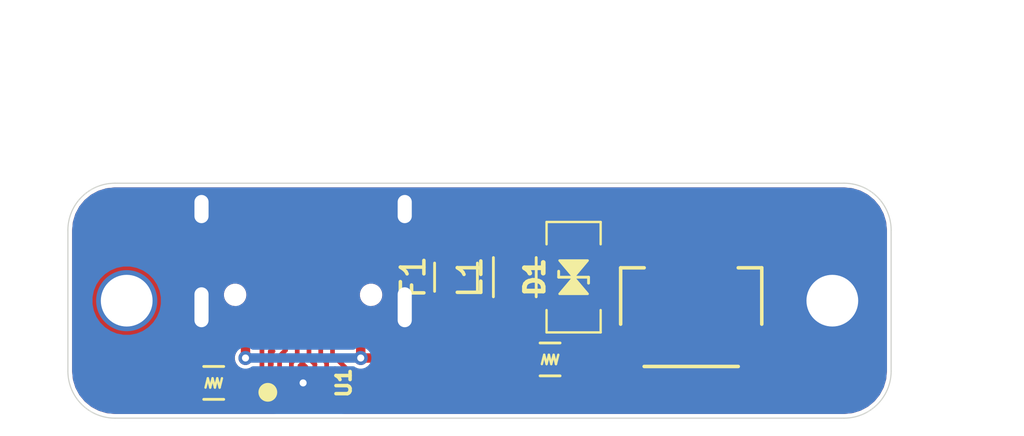
<source format=kicad_pcb>
(kicad_pcb (version 20171130) (host pcbnew "(5.1.11)-1")

  (general
    (thickness 1.6)
    (drawings 10)
    (tracks 64)
    (zones 0)
    (modules 10)
    (nets 11)
  )

  (page A4)
  (layers
    (0 F.Cu signal)
    (31 B.Cu signal)
    (32 B.Adhes user)
    (33 F.Adhes user)
    (34 B.Paste user)
    (35 F.Paste user)
    (36 B.SilkS user)
    (37 F.SilkS user)
    (38 B.Mask user)
    (39 F.Mask user)
    (40 Dwgs.User user)
    (41 Cmts.User user)
    (42 Eco1.User user)
    (43 Eco2.User user)
    (44 Edge.Cuts user)
    (45 Margin user)
    (46 B.CrtYd user)
    (47 F.CrtYd user)
    (48 B.Fab user)
    (49 F.Fab user)
  )

  (setup
    (last_trace_width 0.25)
    (user_trace_width 0.2)
    (user_trace_width 0.4)
    (trace_clearance 0.127)
    (zone_clearance 0.1524)
    (zone_45_only no)
    (trace_min 0.2)
    (via_size 0.8)
    (via_drill 0.4)
    (via_min_size 0.4)
    (via_min_drill 0.3)
    (user_via 0.5 0.3)
    (user_via 0.6 0.3)
    (uvia_size 0.3)
    (uvia_drill 0.1)
    (uvias_allowed no)
    (uvia_min_size 0.2)
    (uvia_min_drill 0.1)
    (edge_width 0.05)
    (segment_width 0.2)
    (pcb_text_width 0.3)
    (pcb_text_size 1.5 1.5)
    (mod_edge_width 0.12)
    (mod_text_size 1 1)
    (mod_text_width 0.15)
    (pad_size 1.524 1.524)
    (pad_drill 0.762)
    (pad_to_mask_clearance 0)
    (aux_axis_origin 0 0)
    (visible_elements 7FFFFFFF)
    (pcbplotparams
      (layerselection 0x010fc_ffffffff)
      (usegerberextensions false)
      (usegerberattributes true)
      (usegerberadvancedattributes true)
      (creategerberjobfile true)
      (excludeedgelayer true)
      (linewidth 0.100000)
      (plotframeref false)
      (viasonmask false)
      (mode 1)
      (useauxorigin false)
      (hpglpennumber 1)
      (hpglpenspeed 20)
      (hpglpendiameter 15.000000)
      (psnegative false)
      (psa4output false)
      (plotreference true)
      (plotvalue true)
      (plotinvisibletext false)
      (padsonsilk false)
      (subtractmaskfromsilk false)
      (outputformat 1)
      (mirror false)
      (drillshape 0)
      (scaleselection 1)
      (outputdirectory "Gerber2/"))
  )

  (net 0 "")
  (net 1 "Net-(USB1-Pad3)")
  (net 2 "Net-(USB1-Pad9)")
  (net 3 +5V)
  (net 4 GNDPWR)
  (net 5 GND)
  (net 6 "Net-(R1-Pad2)")
  (net 7 "Net-(R2-Pad2)")
  (net 8 VBUS)
  (net 9 D-)
  (net 10 D+)

  (net_class Default "This is the default net class."
    (clearance 0.127)
    (trace_width 0.25)
    (via_dia 0.8)
    (via_drill 0.4)
    (uvia_dia 0.3)
    (uvia_drill 0.1)
    (add_net +5V)
    (add_net D+)
    (add_net D-)
    (add_net GND)
    (add_net GNDPWR)
    (add_net "Net-(R1-Pad2)")
    (add_net "Net-(R2-Pad2)")
    (add_net "Net-(USB1-Pad3)")
    (add_net "Net-(USB1-Pad9)")
    (add_net VBUS)
  )

  (module Fuse:Fuse_1206_3216Metric (layer F.Cu) (tedit 5F68FEF1) (tstamp 62EDAC5E)
    (at 138.5 30.5 90)
    (descr "Fuse SMD 1206 (3216 Metric), square (rectangular) end terminal, IPC_7351 nominal, (Body size source: http://www.tortai-tech.com/upload/download/2011102023233369053.pdf), generated with kicad-footprint-generator")
    (tags fuse)
    (path /62EDC21C)
    (attr smd)
    (fp_text reference F1 (at 0 -1.82 90) (layer F.SilkS)
      (effects (font (size 1 1) (thickness 0.15)))
    )
    (fp_text value ASMD1206-150 (at 0 1.82 90) (layer F.Fab)
      (effects (font (size 1 1) (thickness 0.15)))
    )
    (fp_line (start -1.6 0.8) (end -1.6 -0.8) (layer F.Fab) (width 0.1))
    (fp_line (start -1.6 -0.8) (end 1.6 -0.8) (layer F.Fab) (width 0.1))
    (fp_line (start 1.6 -0.8) (end 1.6 0.8) (layer F.Fab) (width 0.1))
    (fp_line (start 1.6 0.8) (end -1.6 0.8) (layer F.Fab) (width 0.1))
    (fp_line (start -0.602064 -0.91) (end 0.602064 -0.91) (layer F.SilkS) (width 0.12))
    (fp_line (start -0.602064 0.91) (end 0.602064 0.91) (layer F.SilkS) (width 0.12))
    (fp_line (start -2.28 1.12) (end -2.28 -1.12) (layer F.CrtYd) (width 0.05))
    (fp_line (start -2.28 -1.12) (end 2.28 -1.12) (layer F.CrtYd) (width 0.05))
    (fp_line (start 2.28 -1.12) (end 2.28 1.12) (layer F.CrtYd) (width 0.05))
    (fp_line (start 2.28 1.12) (end -2.28 1.12) (layer F.CrtYd) (width 0.05))
    (fp_text user %R (at 0 0 90) (layer F.Fab)
      (effects (font (size 0.8 0.8) (thickness 0.12)))
    )
    (pad 2 smd roundrect (at 1.4 0 90) (size 1.25 1.75) (layers F.Cu F.Paste F.Mask) (roundrect_rratio 0.2)
      (net 3 +5V))
    (pad 1 smd roundrect (at -1.4 0 90) (size 1.25 1.75) (layers F.Cu F.Paste F.Mask) (roundrect_rratio 0.2)
      (net 8 VBUS))
    (model ${KISYS3DMOD}/Fuse.3dshapes/Fuse_1206_3216Metric.wrl
      (at (xyz 0 0 0))
      (scale (xyz 1 1 1))
      (rotate (xyz 0 0 0))
    )
  )

  (module MountingHole:MountingHole_2.2mm_M2_ISO7380_Pad_TopOnly (layer F.Cu) (tedit 56D1B4CB) (tstamp 62EE27DC)
    (at 124.5 31.5)
    (descr "Mounting Hole 2.2mm, M2, ISO7380")
    (tags "mounting hole 2.2mm m2 iso7380")
    (path /62F124E9)
    (attr virtual)
    (fp_text reference H2 (at 0 -2.75) (layer F.Fab)
      (effects (font (size 1 1) (thickness 0.15)))
    )
    (fp_text value MountingHole (at 0 2.75) (layer F.Fab)
      (effects (font (size 1 1) (thickness 0.15)))
    )
    (fp_circle (center 0 0) (end 1.75 0) (layer Cmts.User) (width 0.15))
    (fp_circle (center 0 0) (end 2 0) (layer F.CrtYd) (width 0.05))
    (fp_text user %R (at 0.3 0) (layer F.Fab)
      (effects (font (size 1 1) (thickness 0.15)))
    )
    (pad 1 connect circle (at 0 0) (size 3.5 3.5) (layers F.Cu F.Mask))
    (pad 1 thru_hole circle (at 0 0) (size 2.6 2.6) (drill 2.2) (layers *.Cu *.Mask))
  )

  (module MountingHole:MountingHole_2.2mm_M2_ISO7380_Pad (layer F.Cu) (tedit 56D1B4CB) (tstamp 62EDC8AA)
    (at 154.5 31.5)
    (descr "Mounting Hole 2.2mm, M2, ISO7380")
    (tags "mounting hole 2.2mm m2 iso7380")
    (path /62F10B2F)
    (attr virtual)
    (fp_text reference H1 (at 0 -2.75) (layer F.Fab)
      (effects (font (size 1 1) (thickness 0.15)))
    )
    (fp_text value 2.2 (at 0 2.75) (layer F.Fab)
      (effects (font (size 1 1) (thickness 0.15)))
    )
    (fp_circle (center 0 0) (end 1.75 0) (layer Cmts.User) (width 0.15))
    (fp_circle (center 0 0) (end 2 0) (layer F.CrtYd) (width 0.05))
    (fp_text user %R (at 0.3 0) (layer F.Fab)
      (effects (font (size 1 1) (thickness 0.15)))
    )
    (pad 1 thru_hole circle (at 0 0) (size 3.5 3.5) (drill 2.2) (layers *.Cu *.Mask)
      (net 4 GNDPWR))
  )

  (module sanproject-keyboard-part:USON-10_2.5x1.0mm_P0.5mm (layer F.Cu) (tedit 5E77E520) (tstamp 62EDAA5B)
    (at 132 35 90)
    (descr "USON-10 2.5x1.0mm_ Pitch 0.5mm http://www.ti.com/lit/ds/symlink/tpd4e02b04.pdf")
    (tags "USON-10 2.5x1.0mm Pitch 0.5mm")
    (path /62EF4C90)
    (attr smd)
    (fp_text reference U1 (at 0 1.7272 90) (layer F.SilkS)
      (effects (font (size 0.6 0.6) (thickness 0.15)))
    )
    (fp_text value TPD4E05U06DQAR (at 0.8024 0) (layer F.Fab)
      (effects (font (size 0.254 0.254) (thickness 0.0635)))
    )
    (fp_circle (center -0.4 -1.5) (end -0.4 -1.5) (layer F.SilkS) (width 0.4))
    (fp_line (start 0.5 -1.25) (end 0.5 1.25) (layer F.Fab) (width 0.1))
    (fp_line (start 0.5 -1.25) (end -0.25 -1.25) (layer F.Fab) (width 0.1))
    (fp_line (start -0.5 -1) (end -0.5 1.25) (layer F.Fab) (width 0.1))
    (fp_line (start -0.5 1.25) (end 0.5 1.25) (layer F.Fab) (width 0.1))
    (fp_line (start 0.91 -1.5) (end 0.91 1.5) (layer F.CrtYd) (width 0.05))
    (fp_line (start 0.91 1.5) (end -0.91 1.5) (layer F.CrtYd) (width 0.05))
    (fp_line (start -0.91 1.5) (end -0.91 -1.5) (layer F.CrtYd) (width 0.05))
    (fp_line (start -0.91 -1.5) (end 0.91 -1.5) (layer F.CrtYd) (width 0.05))
    (fp_line (start -0.25 -1.25) (end -0.5 -1) (layer F.Fab) (width 0.1))
    (fp_text user ${REFERENCE} (at 0 0) (layer F.Fab)
      (effects (font (size 0.55 0.55) (thickness 0.1)))
    )
    (pad 8 smd rect (at 0.385 0) (size 0.3 0.55) (layers F.Cu F.Paste F.Mask)
      (net 4 GNDPWR))
    (pad 10 smd rect (at 0.385 -1) (size 0.25 0.55) (layers F.Cu F.Paste F.Mask)
      (net 10 D+))
    (pad 7 smd rect (at 0.385 0.5) (size 0.25 0.55) (layers F.Cu F.Paste F.Mask)
      (net 10 D+))
    (pad 6 smd rect (at 0.385 1) (size 0.25 0.55) (layers F.Cu F.Paste F.Mask)
      (net 9 D-))
    (pad 9 smd rect (at 0.385 -0.5) (size 0.25 0.55) (layers F.Cu F.Paste F.Mask)
      (net 9 D-))
    (pad 5 smd rect (at -0.385 1) (size 0.25 0.55) (layers F.Cu F.Paste F.Mask)
      (net 9 D-))
    (pad 4 smd rect (at -0.385 0.5) (size 0.25 0.55) (layers F.Cu F.Paste F.Mask)
      (net 10 D+))
    (pad 3 smd rect (at -0.385 0) (size 0.3 0.55) (layers F.Cu F.Paste F.Mask)
      (net 4 GNDPWR))
    (pad 2 smd rect (at -0.385 -0.5) (size 0.25 0.55) (layers F.Cu F.Paste F.Mask)
      (net 9 D-))
    (pad 1 smd roundrect (at -0.385 -1) (size 0.25 0.55) (layers F.Cu F.Paste F.Mask) (roundrect_rratio 0.5)
      (net 10 D+))
    (model ${KISYS3DMOD}/Package_SON.3dshapes/USON-10_2.5x1.0mm_P0.5mm.wrl
      (at (xyz 0 0 0))
      (scale (xyz 1 1 1))
      (rotate (xyz 0 0 0))
    )
  )

  (module sanproject-keyboard-part:R_0603 (layer F.Cu) (tedit 61520006) (tstamp 62EDA0DE)
    (at 128.2 35)
    (descr "Resistor SMD 0603 (1608 Metric), square (rectangular) end terminal, IPC_7351 nominal, (Body size source: IPC-SM-782 page 72, https://www.pcb-3d.com/wordpress/wp-content/uploads/ipc-sm-782a_amendment_1_and_2.pdf), generated with kicad-footprint-generator")
    (tags resistor)
    (path /62EDBAB7)
    (attr smd)
    (fp_text reference R2 (at 0 -1.43) (layer F.Fab)
      (effects (font (size 1 1) (thickness 0.15)))
    )
    (fp_text value 5.1k (at 0 1.43) (layer F.Fab)
      (effects (font (size 1 1) (thickness 0.15)))
    )
    (fp_line (start -0.8 0.4125) (end -0.8 -0.4125) (layer F.Fab) (width 0.1))
    (fp_line (start -0.8 -0.4125) (end 0.8 -0.4125) (layer F.Fab) (width 0.1))
    (fp_line (start 0.8 -0.4125) (end 0.8 0.4125) (layer F.Fab) (width 0.1))
    (fp_line (start 0.8 0.4125) (end -0.8 0.4125) (layer F.Fab) (width 0.1))
    (fp_line (start -0.425 -0.7) (end 0.425 -0.7) (layer F.SilkS) (width 0.12))
    (fp_line (start -0.425 0.7) (end 0.425 0.7) (layer F.SilkS) (width 0.12))
    (fp_line (start -1.48 0.73) (end -1.48 -0.73) (layer F.CrtYd) (width 0.05))
    (fp_line (start -1.48 -0.73) (end 1.48 -0.73) (layer F.CrtYd) (width 0.05))
    (fp_line (start 1.48 -0.73) (end 1.48 0.73) (layer F.CrtYd) (width 0.05))
    (fp_line (start 1.48 0.73) (end -1.48 0.73) (layer F.CrtYd) (width 0.05))
    (fp_line (start 0.25 0.2) (end 0.35 -0.2) (layer F.SilkS) (width 0.1))
    (fp_line (start -0.25 -0.2) (end -0.15 0.2) (layer F.SilkS) (width 0.1))
    (fp_line (start -0.35 0.2) (end -0.25 -0.2) (layer F.SilkS) (width 0.1))
    (fp_line (start -0.15 0.2) (end -0.05 -0.2) (layer F.SilkS) (width 0.1))
    (fp_line (start -0.05 -0.2) (end 0.05 0.2) (layer F.SilkS) (width 0.1))
    (fp_line (start 0.05 0.2) (end 0.15 -0.2) (layer F.SilkS) (width 0.1))
    (fp_line (start 0.15 -0.2) (end 0.25 0.2) (layer F.SilkS) (width 0.1))
    (fp_text user %R (at 0 0) (layer F.Fab)
      (effects (font (size 0.4 0.4) (thickness 0.06)))
    )
    (pad 2 smd rect (at 0.825 0) (size 0.8 0.95) (layers F.Cu F.Paste F.Mask)
      (net 7 "Net-(R2-Pad2)"))
    (pad 1 smd rect (at -0.825 0) (size 0.8 0.95) (layers F.Cu F.Paste F.Mask)
      (net 4 GNDPWR))
    (model ${KISYS3DMOD}/Resistor_SMD.3dshapes/R_0603_1608Metric.wrl
      (at (xyz 0 0 0))
      (scale (xyz 1 1 1))
      (rotate (xyz 0 0 0))
    )
  )

  (module sanproject-keyboard-part:R_0603 (layer F.Cu) (tedit 61520006) (tstamp 62EDA0C6)
    (at 142.5 34 180)
    (descr "Resistor SMD 0603 (1608 Metric), square (rectangular) end terminal, IPC_7351 nominal, (Body size source: IPC-SM-782 page 72, https://www.pcb-3d.com/wordpress/wp-content/uploads/ipc-sm-782a_amendment_1_and_2.pdf), generated with kicad-footprint-generator")
    (tags resistor)
    (path /62EDB4D2)
    (attr smd)
    (fp_text reference R1 (at 0 -1.43) (layer F.Fab)
      (effects (font (size 1 1) (thickness 0.15)))
    )
    (fp_text value 5.1k (at 0 1.43) (layer F.Fab)
      (effects (font (size 1 1) (thickness 0.15)))
    )
    (fp_line (start -0.8 0.4125) (end -0.8 -0.4125) (layer F.Fab) (width 0.1))
    (fp_line (start -0.8 -0.4125) (end 0.8 -0.4125) (layer F.Fab) (width 0.1))
    (fp_line (start 0.8 -0.4125) (end 0.8 0.4125) (layer F.Fab) (width 0.1))
    (fp_line (start 0.8 0.4125) (end -0.8 0.4125) (layer F.Fab) (width 0.1))
    (fp_line (start -0.425 -0.7) (end 0.425 -0.7) (layer F.SilkS) (width 0.12))
    (fp_line (start -0.425 0.7) (end 0.425 0.7) (layer F.SilkS) (width 0.12))
    (fp_line (start -1.48 0.73) (end -1.48 -0.73) (layer F.CrtYd) (width 0.05))
    (fp_line (start -1.48 -0.73) (end 1.48 -0.73) (layer F.CrtYd) (width 0.05))
    (fp_line (start 1.48 -0.73) (end 1.48 0.73) (layer F.CrtYd) (width 0.05))
    (fp_line (start 1.48 0.73) (end -1.48 0.73) (layer F.CrtYd) (width 0.05))
    (fp_line (start 0.25 0.2) (end 0.35 -0.2) (layer F.SilkS) (width 0.1))
    (fp_line (start -0.25 -0.2) (end -0.15 0.2) (layer F.SilkS) (width 0.1))
    (fp_line (start -0.35 0.2) (end -0.25 -0.2) (layer F.SilkS) (width 0.1))
    (fp_line (start -0.15 0.2) (end -0.05 -0.2) (layer F.SilkS) (width 0.1))
    (fp_line (start -0.05 -0.2) (end 0.05 0.2) (layer F.SilkS) (width 0.1))
    (fp_line (start 0.05 0.2) (end 0.15 -0.2) (layer F.SilkS) (width 0.1))
    (fp_line (start 0.15 -0.2) (end 0.25 0.2) (layer F.SilkS) (width 0.1))
    (fp_text user %R (at 0 0) (layer F.Fab)
      (effects (font (size 0.4 0.4) (thickness 0.06)))
    )
    (pad 2 smd rect (at 0.825 0 180) (size 0.8 0.95) (layers F.Cu F.Paste F.Mask)
      (net 6 "Net-(R1-Pad2)"))
    (pad 1 smd rect (at -0.825 0 180) (size 0.8 0.95) (layers F.Cu F.Paste F.Mask)
      (net 4 GNDPWR))
    (model ${KISYS3DMOD}/Resistor_SMD.3dshapes/R_0603_1608Metric.wrl
      (at (xyz 0 0 0))
      (scale (xyz 1 1 1))
      (rotate (xyz 0 0 0))
    )
  )

  (module Inductor_SMD:L_1206_3216Metric (layer F.Cu) (tedit 5F68FEF0) (tstamp 62EDA0AE)
    (at 141 30.5 90)
    (descr "Inductor SMD 1206 (3216 Metric), square (rectangular) end terminal, IPC_7351 nominal, (Body size source: IPC-SM-782 page 80, https://www.pcb-3d.com/wordpress/wp-content/uploads/ipc-sm-782a_amendment_1_and_2.pdf), generated with kicad-footprint-generator")
    (tags inductor)
    (path /62EDF61D)
    (attr smd)
    (fp_text reference L1 (at 0 -1.9 90) (layer F.SilkS)
      (effects (font (size 1 1) (thickness 0.15)))
    )
    (fp_text value 60R100Mhz (at 0 1.9 90) (layer F.Fab)
      (effects (font (size 1 1) (thickness 0.15)))
    )
    (fp_line (start -1.6 0.8) (end -1.6 -0.8) (layer F.Fab) (width 0.1))
    (fp_line (start -1.6 -0.8) (end 1.6 -0.8) (layer F.Fab) (width 0.1))
    (fp_line (start 1.6 -0.8) (end 1.6 0.8) (layer F.Fab) (width 0.1))
    (fp_line (start 1.6 0.8) (end -1.6 0.8) (layer F.Fab) (width 0.1))
    (fp_line (start -0.835242 -0.91) (end 0.835242 -0.91) (layer F.SilkS) (width 0.12))
    (fp_line (start -0.835242 0.91) (end 0.835242 0.91) (layer F.SilkS) (width 0.12))
    (fp_line (start -2.35 1.2) (end -2.35 -1.2) (layer F.CrtYd) (width 0.05))
    (fp_line (start -2.35 -1.2) (end 2.35 -1.2) (layer F.CrtYd) (width 0.05))
    (fp_line (start 2.35 -1.2) (end 2.35 1.2) (layer F.CrtYd) (width 0.05))
    (fp_line (start 2.35 1.2) (end -2.35 1.2) (layer F.CrtYd) (width 0.05))
    (fp_text user %R (at 0 0 90) (layer F.Fab)
      (effects (font (size 0.8 0.8) (thickness 0.12)))
    )
    (pad 2 smd roundrect (at 1.575 0 90) (size 1.05 1.9) (layers F.Cu F.Paste F.Mask) (roundrect_rratio 0.2380942857142857)
      (net 5 GND))
    (pad 1 smd roundrect (at -1.575 0 90) (size 1.05 1.9) (layers F.Cu F.Paste F.Mask) (roundrect_rratio 0.2380942857142857)
      (net 4 GNDPWR))
    (model ${KISYS3DMOD}/Inductor_SMD.3dshapes/L_1206_3216Metric.wrl
      (at (xyz 0 0 0))
      (scale (xyz 1 1 1))
      (rotate (xyz 0 0 0))
    )
  )

  (module sanproject-keyboard-part:D_SOD-123_Bidirectional (layer F.Cu) (tedit 5DCC5082) (tstamp 62EDB003)
    (at 143.5 30.5 90)
    (descr SOD-123)
    (tags SOD-123)
    (path /62EDDA3C)
    (attr smd)
    (fp_text reference D1 (at 0 -1.651 90) (layer F.SilkS)
      (effects (font (size 0.8 0.8) (thickness 0.2)))
    )
    (fp_text value SMF9.0CA (at 0 -1.509 270) (layer F.Fab)
      (effects (font (size 0.5 0.5) (thickness 0.125)))
    )
    (fp_line (start 0 0.635) (end -0.254 0.635) (layer F.SilkS) (width 0.12))
    (fp_line (start 0 -0.635) (end 0.254 -0.635) (layer F.SilkS) (width 0.12))
    (fp_line (start 0 0.635) (end 0 -0.635) (layer F.SilkS) (width 0.12))
    (fp_poly (pts (xy 0 0) (xy 0.711 -0.6) (xy 0.711 0.6)) (layer F.SilkS) (width 0.1))
    (fp_poly (pts (xy 0 0) (xy -0.711 0.6) (xy -0.711 -0.6)) (layer F.SilkS) (width 0.1))
    (fp_line (start -2.35 -1.15) (end -2.35 1.15) (layer F.CrtYd) (width 0.05))
    (fp_line (start 2.35 1.15) (end -2.35 1.15) (layer F.CrtYd) (width 0.05))
    (fp_line (start 2.35 -1.15) (end 2.35 1.15) (layer F.CrtYd) (width 0.05))
    (fp_line (start -2.35 -1.15) (end 2.35 -1.15) (layer F.CrtYd) (width 0.05))
    (fp_line (start -1.4 -0.9) (end 1.4 -0.9) (layer F.Fab) (width 0.1))
    (fp_line (start 1.4 -0.9) (end 1.4 0.9) (layer F.Fab) (width 0.1))
    (fp_line (start 1.4 0.9) (end -1.4 0.9) (layer F.Fab) (width 0.1))
    (fp_line (start -1.4 0.9) (end -1.4 -0.9) (layer F.Fab) (width 0.1))
    (fp_line (start -0.75 0) (end -0.35 0) (layer F.Fab) (width 0.1))
    (fp_line (start -0.35 0) (end -0.35 -0.55) (layer F.Fab) (width 0.1))
    (fp_line (start -0.35 0) (end -0.35 0.55) (layer F.Fab) (width 0.1))
    (fp_line (start -0.35 0) (end 0.25 -0.4) (layer F.Fab) (width 0.1))
    (fp_line (start 0.25 -0.4) (end 0.25 0.4) (layer F.Fab) (width 0.1))
    (fp_line (start 0.25 0.4) (end -0.35 0) (layer F.Fab) (width 0.1))
    (fp_line (start 0.25 0) (end 0.75 0) (layer F.Fab) (width 0.1))
    (fp_line (start 2.35 -1.15) (end 2.35 1.15) (layer F.SilkS) (width 0.1016))
    (fp_line (start 2.35 1.15) (end 1.4 1.15) (layer F.SilkS) (width 0.1016))
    (fp_line (start 2.35 -1.15) (end 1.4 -1.15) (layer F.SilkS) (width 0.1016))
    (fp_line (start -2.35 1.15) (end -2.35 -1.15) (layer F.SilkS) (width 0.1016))
    (fp_line (start -2.35 1.15) (end -1.4 1.15) (layer F.SilkS) (width 0.1016))
    (fp_line (start -2.35 -1.15) (end -1.4 -1.15) (layer F.SilkS) (width 0.1016))
    (fp_text user ${REFERENCE} (at 0 -1.397 270) (layer F.Fab)
      (effects (font (size 0.5 0.5) (thickness 0.125)))
    )
    (pad 2 smd roundrect (at 1.65 0 90) (size 1 1.2) (layers F.Cu F.Paste F.Mask) (roundrect_rratio 0.25)
      (net 3 +5V))
    (pad 1 smd roundrect (at -1.65 0 90) (size 1 1.2) (layers F.Cu F.Paste F.Mask) (roundrect_rratio 0.25)
      (net 4 GNDPWR))
    (model ${KISYS3DMOD}/Diode_SMD.3dshapes/D_SOD-123.wrl
      (at (xyz 0 0 0))
      (scale (xyz 1 1 1))
      (rotate (xyz 0 0 0))
    )
  )

  (module sanproject-keyboard-part:JST-SR-4 (layer F.Cu) (tedit 5C919B1C) (tstamp 62ED9BA7)
    (at 148.5 34.5)
    (path /62EDA3D9)
    (fp_text reference J1 (at 0 -6.5 -180) (layer B.Fab)
      (effects (font (size 1 1) (thickness 0.15)) (justify mirror))
    )
    (fp_text value Conn_01x04_Male (at 0 1 -180) (layer F.Fab)
      (effects (font (size 1 1) (thickness 0.15)))
    )
    (fp_line (start -3 -4.4) (end -2 -4.4) (layer F.SilkS) (width 0.15))
    (fp_line (start -3 -2) (end -3 -4.4) (layer F.SilkS) (width 0.15))
    (fp_line (start 2 -0.2) (end -2 -0.2) (layer F.SilkS) (width 0.15))
    (fp_line (start 3 -4.4) (end 3 -2) (layer F.SilkS) (width 0.15))
    (fp_line (start 2 -4.4) (end 3 -4.4) (layer F.SilkS) (width 0.15))
    (fp_line (start 3 -4.4) (end 3 -0.2) (layer B.CrtYd) (width 0.15))
    (fp_line (start -3 -4.4) (end 3 -4.4) (layer B.CrtYd) (width 0.15))
    (fp_line (start -3 -0.2) (end -3 -4.4) (layer B.CrtYd) (width 0.15))
    (fp_line (start 3 -0.2) (end -3 -0.2) (layer B.CrtYd) (width 0.15))
    (pad "" smd rect (at 2.8 -0.9) (size 1.2 1.8) (layers F.Cu F.Paste F.Mask))
    (pad "" smd rect (at -2.8 -0.9) (size 1.2 1.8) (layers F.Cu F.Paste F.Mask))
    (pad 1 smd rect (at -1.5 -4.775) (size 0.6 1.55) (layers F.Cu F.Paste F.Mask)
      (net 3 +5V))
    (pad 2 smd rect (at -0.5 -4.775) (size 0.6 1.55) (layers F.Cu F.Paste F.Mask)
      (net 9 D-))
    (pad 4 smd rect (at 1.5 -4.775) (size 0.6 1.55) (layers F.Cu F.Paste F.Mask)
      (net 5 GND))
    (pad 3 smd rect (at 0.5 -4.775) (size 0.6 1.55) (layers F.Cu F.Paste F.Mask)
      (net 10 D+))
    (model "D:/PCB Design/KiCad/Lib/SM04B-SRSS-TB.step"
      (offset (xyz 0 4 -0.5))
      (scale (xyz 1 1 1))
      (rotate (xyz -90 0 0))
    )
  )

  (module sanproject-keyboard-part:HRO-TYPE-C-31-M-12-Assembly (layer F.Cu) (tedit 62EDA6A7) (tstamp 62ED9A41)
    (at 132 25 180)
    (path /62ED97BC)
    (fp_text reference USB1 (at 0 -9.25) (layer F.Fab)
      (effects (font (size 1 1) (thickness 0.15)))
    )
    (fp_text value HRO-TYPE-C-31-M-12-Type-C (at 0 1.15) (layer Dwgs.User)
      (effects (font (size 1 1) (thickness 0.15)))
    )
    (fp_line (start -4.47 -7.3) (end 4.47 -7.3) (layer Dwgs.User) (width 0.15))
    (fp_line (start 4.47 0) (end 4.47 -7.3) (layer Dwgs.User) (width 0.15))
    (fp_line (start -4.47 0) (end -4.47 -7.3) (layer Dwgs.User) (width 0.15))
    (fp_line (start -4.47 0) (end 4.47 0) (layer Dwgs.User) (width 0.15))
    (fp_line (start -4.5 -7.5) (end 4.5 -7.5) (layer F.CrtYd) (width 0.15))
    (fp_line (start 4.5 -7.5) (end 4.5 0) (layer F.CrtYd) (width 0.15))
    (fp_line (start 4.5 0) (end -4.5 0) (layer F.CrtYd) (width 0.15))
    (fp_line (start -4.5 0) (end -4.5 -7.5) (layer F.CrtYd) (width 0.15))
    (fp_line (start -3.75 -7.5) (end -3.75 -8.5) (layer F.CrtYd) (width 0.15))
    (fp_line (start -3.75 -8.5) (end 3.75 -8.5) (layer F.CrtYd) (width 0.15))
    (fp_line (start 3.75 -8.5) (end 3.75 -7.5) (layer F.CrtYd) (width 0.15))
    (fp_text user %R (at 0 -9.25) (layer F.Fab)
      (effects (font (size 1 1) (thickness 0.15)))
    )
    (pad 12 smd rect (at 3.225 -7.695 180) (size 0.6 1.45) (layers F.Cu F.Paste F.Mask)
      (net 4 GNDPWR))
    (pad 1 smd rect (at -3.225 -7.695 180) (size 0.6 1.45) (layers F.Cu F.Paste F.Mask)
      (net 4 GNDPWR))
    (pad 11 smd rect (at 2.45 -7.695 180) (size 0.6 1.45) (layers F.Cu F.Paste F.Mask)
      (net 8 VBUS))
    (pad 2 smd rect (at -2.45 -7.695 180) (size 0.6 1.45) (layers F.Cu F.Paste F.Mask)
      (net 8 VBUS))
    (pad 3 smd rect (at -1.75 -7.695 180) (size 0.3 1.45) (layers F.Cu F.Paste F.Mask)
      (net 1 "Net-(USB1-Pad3)"))
    (pad 10 smd rect (at 1.75 -7.695 180) (size 0.3 1.45) (layers F.Cu F.Paste F.Mask)
      (net 7 "Net-(R2-Pad2)"))
    (pad 4 smd rect (at -1.25 -7.695 180) (size 0.3 1.45) (layers F.Cu F.Paste F.Mask)
      (net 6 "Net-(R1-Pad2)"))
    (pad 9 smd rect (at 1.25 -7.695 180) (size 0.3 1.45) (layers F.Cu F.Paste F.Mask)
      (net 2 "Net-(USB1-Pad9)"))
    (pad 5 smd rect (at -0.75 -7.695 180) (size 0.3 1.45) (layers F.Cu F.Paste F.Mask)
      (net 9 D-))
    (pad 8 smd rect (at 0.75 -7.695 180) (size 0.3 1.45) (layers F.Cu F.Paste F.Mask)
      (net 10 D+))
    (pad 7 smd rect (at 0.25 -7.695 180) (size 0.3 1.45) (layers F.Cu F.Paste F.Mask)
      (net 9 D-))
    (pad 6 smd rect (at -0.25 -7.695 180) (size 0.3 1.45) (layers F.Cu F.Paste F.Mask)
      (net 10 D+))
    (pad "" np_thru_hole circle (at 2.89 -6.25 180) (size 0.65 0.65) (drill 0.65) (layers *.Cu *.Mask))
    (pad "" np_thru_hole circle (at -2.89 -6.25 180) (size 0.65 0.65) (drill 0.65) (layers *.Cu *.Mask))
    (pad 13 thru_hole oval (at -4.32 -6.78 180) (size 1 2.1) (drill oval 0.6 1.7) (layers *.Cu *.Mask)
      (net 4 GNDPWR))
    (pad 13 thru_hole oval (at 4.32 -6.78 180) (size 1 2.1) (drill oval 0.6 1.7) (layers *.Cu *.Mask)
      (net 4 GNDPWR))
    (pad 13 thru_hole oval (at -4.32 -2.6 180) (size 1 1.6) (drill oval 0.6 1.2) (layers *.Cu *.Mask)
      (net 4 GNDPWR))
    (pad 13 thru_hole oval (at 4.32 -2.6 180) (size 1 1.6) (drill oval 0.6 1.2) (layers *.Cu *.Mask)
      (net 4 GNDPWR))
    (model ${MXCOMP}/AlexandriaLibrary-master/3d_models/TYPE-C-31-M-12.step
      (offset (xyz -4.5 0 0))
      (scale (xyz 1 1 1))
      (rotate (xyz -90 0 0))
    )
  )

  (dimension 10 (width 0.1) (layer Eco1.User)
    (gr_text "10.000 mm" (at 161.25 31.5 270) (layer Eco1.User)
      (effects (font (size 1 1) (thickness 0.15)))
    )
    (feature1 (pts (xy 155 36.5) (xy 160.586421 36.5)))
    (feature2 (pts (xy 155 26.5) (xy 160.586421 26.5)))
    (crossbar (pts (xy 160 26.5) (xy 160 36.5)))
    (arrow1a (pts (xy 160 36.5) (xy 159.413579 35.373496)))
    (arrow1b (pts (xy 160 36.5) (xy 160.586421 35.373496)))
    (arrow2a (pts (xy 160 26.5) (xy 159.413579 27.626504)))
    (arrow2b (pts (xy 160 26.5) (xy 160.586421 27.626504)))
  )
  (dimension 35 (width 0.1) (layer Eco1.User)
    (gr_text "35.000 mm" (at 139.5 19.45) (layer Eco1.User)
      (effects (font (size 1 1) (thickness 0.15)))
    )
    (feature1 (pts (xy 157 28.5) (xy 157 20.113579)))
    (feature2 (pts (xy 122 28.5) (xy 122 20.113579)))
    (crossbar (pts (xy 122 20.7) (xy 157 20.7)))
    (arrow1a (pts (xy 157 20.7) (xy 155.873496 21.286421)))
    (arrow1b (pts (xy 157 20.7) (xy 155.873496 20.113579)))
    (arrow2a (pts (xy 122 20.7) (xy 123.126504 21.286421)))
    (arrow2b (pts (xy 122 20.7) (xy 123.126504 20.113579)))
  )
  (gr_arc (start 155 34.5) (end 155 36.5) (angle -90) (layer Edge.Cuts) (width 0.05) (tstamp 62EE114D))
  (gr_arc (start 155 28.5) (end 157 28.5) (angle -90) (layer Edge.Cuts) (width 0.05) (tstamp 62EE114D))
  (gr_arc (start 124 34.5) (end 122 34.5) (angle -90) (layer Edge.Cuts) (width 0.05) (tstamp 62EE114D))
  (gr_arc (start 124 28.5) (end 124 26.5) (angle -90) (layer Edge.Cuts) (width 0.05))
  (gr_line (start 122 34.5) (end 122 28.5) (layer Edge.Cuts) (width 0.05))
  (gr_line (start 155 36.5) (end 124 36.5) (layer Edge.Cuts) (width 0.05))
  (gr_line (start 157 28.5) (end 157 34.5) (layer Edge.Cuts) (width 0.05))
  (gr_line (start 124 26.5) (end 155 26.5) (layer Edge.Cuts) (width 0.05))

  (segment (start 142.15 30.2) (end 143.5 28.85) (width 0.4) (layer F.Cu) (net 3))
  (segment (start 139.4 30.2) (end 142.15 30.2) (width 0.4) (layer F.Cu) (net 3))
  (segment (start 138.5 29.3) (end 139.4 30.2) (width 0.4) (layer F.Cu) (net 3))
  (segment (start 144.375 29.725) (end 143.5 28.85) (width 0.4) (layer F.Cu) (net 3))
  (segment (start 147 29.725) (end 144.375 29.725) (width 0.4) (layer F.Cu) (net 3))
  (via (at 132 35) (size 0.5) (drill 0.3) (layers F.Cu B.Cu) (net 4))
  (segment (start 132 34.615) (end 132 35) (width 0.2) (layer F.Cu) (net 4))
  (segment (start 132 35) (end 132 35.385) (width 0.2) (layer F.Cu) (net 4))
  (segment (start 150 27.5) (end 150 29.725) (width 0.4) (layer F.Cu) (net 5))
  (segment (start 142.425 27.5) (end 150 27.5) (width 0.4) (layer F.Cu) (net 5))
  (segment (start 141 28.925) (end 142.425 27.5) (width 0.4) (layer F.Cu) (net 5))
  (segment (start 140.975 34.7) (end 141.675 34) (width 0.2) (layer F.Cu) (net 6))
  (segment (start 133.25 33.8) (end 134.15 34.7) (width 0.2) (layer F.Cu) (net 6))
  (segment (start 134.15 34.7) (end 140.975 34.7) (width 0.2) (layer F.Cu) (net 6))
  (segment (start 133.25 32.695) (end 133.25 33.8) (width 0.2) (layer F.Cu) (net 6))
  (segment (start 130.25 32.695) (end 130.25 34.6) (width 0.2) (layer F.Cu) (net 7))
  (segment (start 130.25 34.6) (end 129.85 35) (width 0.2) (layer F.Cu) (net 7))
  (segment (start 129.85 35) (end 129.025 35) (width 0.2) (layer F.Cu) (net 7))
  (segment (start 129.55 33.939999) (end 129.55 33.939999) (width 0.4) (layer F.Cu) (net 8))
  (segment (start 134.45 32.695) (end 134.45 33.939999) (width 0.4) (layer F.Cu) (net 8))
  (segment (start 134.45 33.939999) (end 134.45 33.939999) (width 0.4) (layer F.Cu) (net 8) (tstamp 62EDAB27))
  (via (at 134.45 33.939999) (size 0.6) (drill 0.3) (layers F.Cu B.Cu) (net 8))
  (segment (start 129.55 33.939999) (end 129.55 32.695) (width 0.4) (layer F.Cu) (net 8) (tstamp 62EDAB29))
  (via (at 129.55 33.939999) (size 0.6) (drill 0.3) (layers F.Cu B.Cu) (net 8))
  (segment (start 134.45 33.939999) (end 129.55 33.939999) (width 0.4) (layer B.Cu) (net 8))
  (segment (start 134.45 33.939999) (end 138.060001 33.939999) (width 0.4) (layer F.Cu) (net 8))
  (segment (start 138.5 33.5) (end 138.5 31.7) (width 0.4) (layer F.Cu) (net 8))
  (segment (start 138.060001 33.939999) (end 138.5 33.5) (width 0.4) (layer F.Cu) (net 8))
  (segment (start 131.75 33.89) (end 131.75 32.695) (width 0.2) (layer F.Cu) (net 9))
  (segment (start 131.5 34.14) (end 131.75 33.89) (width 0.2) (layer F.Cu) (net 9))
  (segment (start 131.5 34.615) (end 131.5 34.14) (width 0.2) (layer F.Cu) (net 9))
  (segment (start 132.75 33.89) (end 132.75 32.695) (width 0.2) (layer F.Cu) (net 9))
  (segment (start 133 34.14) (end 132.75 33.89) (width 0.2) (layer F.Cu) (net 9))
  (segment (start 133 34.615) (end 133 34.14) (width 0.2) (layer F.Cu) (net 9))
  (segment (start 131.5 34.615) (end 131.5 35.385) (width 0.2) (layer F.Cu) (net 9))
  (segment (start 133 34.615) (end 133 35.385) (width 0.2) (layer F.Cu) (net 9))
  (segment (start 132.75 31.437539) (end 132.75 32.695) (width 0.2) (layer F.Cu) (net 9))
  (segment (start 132.385451 31.07299) (end 132.75 31.437539) (width 0.2) (layer F.Cu) (net 9))
  (segment (start 132.114549 31.07299) (end 132.385451 31.07299) (width 0.2) (layer F.Cu) (net 9))
  (segment (start 131.75 31.437539) (end 132.114549 31.07299) (width 0.2) (layer F.Cu) (net 9))
  (segment (start 131.75 32.695) (end 131.75 31.437539) (width 0.2) (layer F.Cu) (net 9))
  (segment (start 148 30.887501) (end 148 29.725) (width 0.2) (layer F.Cu) (net 9))
  (segment (start 148.275 31.162501) (end 148 30.887501) (width 0.2) (layer F.Cu) (net 9))
  (segment (start 148.275 35.0068) (end 148.275 31.162501) (width 0.2) (layer F.Cu) (net 9))
  (segment (start 147.8968 35.385) (end 148.275 35.0068) (width 0.2) (layer F.Cu) (net 9))
  (segment (start 133 35.385) (end 147.8968 35.385) (width 0.2) (layer F.Cu) (net 9))
  (segment (start 131 33.860002) (end 131 34.615) (width 0.2) (layer F.Cu) (net 10))
  (segment (start 131.25 33.610002) (end 131 33.860002) (width 0.2) (layer F.Cu) (net 10))
  (segment (start 131.25 32.695) (end 131.25 33.610002) (width 0.2) (layer F.Cu) (net 10))
  (segment (start 132.25 33.955699) (end 132.25 32.695) (width 0.2) (layer F.Cu) (net 10))
  (segment (start 132.5 34.205699) (end 132.25 33.955699) (width 0.2) (layer F.Cu) (net 10))
  (segment (start 132.5 34.615) (end 132.5 34.205699) (width 0.2) (layer F.Cu) (net 10))
  (segment (start 131 34.615) (end 131 35.385) (width 0.2) (layer F.Cu) (net 10))
  (segment (start 132.5 34.615) (end 132.5 35.385) (width 0.2) (layer F.Cu) (net 10))
  (segment (start 132.5 35.385) (end 132.5 36) (width 0.2) (layer F.Cu) (net 10))
  (segment (start 131 36) (end 132.5 36) (width 0.2) (layer F.Cu) (net 10))
  (segment (start 131 35.385) (end 131 36) (width 0.2) (layer F.Cu) (net 10))
  (segment (start 149 30.887501) (end 149 29.725) (width 0.2) (layer F.Cu) (net 10))
  (segment (start 148.725 35.1932) (end 148.725 31.162501) (width 0.2) (layer F.Cu) (net 10))
  (segment (start 148.0932 35.825) (end 148.725 35.1932) (width 0.2) (layer F.Cu) (net 10))
  (segment (start 133.675 35.825) (end 148.0932 35.825) (width 0.2) (layer F.Cu) (net 10))
  (segment (start 148.725 31.162501) (end 149 30.887501) (width 0.2) (layer F.Cu) (net 10))
  (segment (start 133.5 36) (end 133.675 35.825) (width 0.2) (layer F.Cu) (net 10))
  (segment (start 132.5 36) (end 133.5 36) (width 0.2) (layer F.Cu) (net 10))

  (zone (net 4) (net_name GNDPWR) (layer F.Cu) (tstamp 62F78BFA) (hatch edge 0.508)
    (connect_pads yes (clearance 0.1524))
    (min_thickness 0.1524)
    (fill yes (arc_segments 32) (thermal_gap 0.508) (thermal_bridge_width 0.508))
    (polygon
      (pts
        (xy 157 36.5) (xy 122 36.6) (xy 122 26.5) (xy 157 26.5)
      )
    )
    (filled_polygon
      (pts
        (xy 155.338978 26.788054) (xy 155.66504 26.886498) (xy 155.965768 27.046399) (xy 156.229717 27.26167) (xy 156.446823 27.524106)
        (xy 156.608819 27.823712) (xy 156.709538 28.149082) (xy 156.746398 28.499778) (xy 156.7464 28.500321) (xy 156.746401 34.487583)
        (xy 156.711946 34.838978) (xy 156.613504 35.165035) (xy 156.453601 35.46577) (xy 156.23833 35.729717) (xy 155.975894 35.946823)
        (xy 155.676288 36.108819) (xy 155.350917 36.209538) (xy 155.000221 36.246398) (xy 154.99968 36.2464) (xy 133.717735 36.2464)
        (xy 133.733479 36.233479) (xy 133.743766 36.220944) (xy 133.81111 36.1536) (xy 148.077068 36.1536) (xy 148.0932 36.155189)
        (xy 148.109332 36.1536) (xy 148.109335 36.1536) (xy 148.157617 36.148845) (xy 148.219558 36.130055) (xy 148.276643 36.099542)
        (xy 148.326679 36.058479) (xy 148.336966 36.045944) (xy 148.94595 35.436961) (xy 148.958479 35.426679) (xy 148.971034 35.411381)
        (xy 148.999542 35.376644) (xy 149.019758 35.338822) (xy 149.030055 35.319558) (xy 149.048845 35.257617) (xy 149.0536 35.209335)
        (xy 149.0536 35.209333) (xy 149.055189 35.193201) (xy 149.0536 35.177069) (xy 149.0536 32.7) (xy 150.470294 32.7)
        (xy 150.470294 34.5) (xy 150.474708 34.544813) (xy 150.487779 34.587905) (xy 150.509006 34.627618) (xy 150.537573 34.662427)
        (xy 150.572382 34.690994) (xy 150.612095 34.712221) (xy 150.655187 34.725292) (xy 150.7 34.729706) (xy 151.9 34.729706)
        (xy 151.944813 34.725292) (xy 151.987905 34.712221) (xy 152.027618 34.690994) (xy 152.062427 34.662427) (xy 152.090994 34.627618)
        (xy 152.112221 34.587905) (xy 152.125292 34.544813) (xy 152.129706 34.5) (xy 152.129706 32.7) (xy 152.125292 32.655187)
        (xy 152.112221 32.612095) (xy 152.090994 32.572382) (xy 152.062427 32.537573) (xy 152.027618 32.509006) (xy 151.987905 32.487779)
        (xy 151.944813 32.474708) (xy 151.9 32.470294) (xy 150.7 32.470294) (xy 150.655187 32.474708) (xy 150.612095 32.487779)
        (xy 150.572382 32.509006) (xy 150.537573 32.537573) (xy 150.509006 32.572382) (xy 150.487779 32.612095) (xy 150.474708 32.655187)
        (xy 150.470294 32.7) (xy 149.0536 32.7) (xy 149.0536 31.298611) (xy 149.220945 31.131266) (xy 149.233479 31.12098)
        (xy 149.260117 31.088521) (xy 149.274542 31.070945) (xy 149.305055 31.013859) (xy 149.306658 31.008574) (xy 149.323845 30.951918)
        (xy 149.3286 30.903636) (xy 149.3286 30.903633) (xy 149.330189 30.887501) (xy 149.3286 30.871369) (xy 149.3286 30.726889)
        (xy 149.344813 30.725292) (xy 149.387905 30.712221) (xy 149.427618 30.690994) (xy 149.462427 30.662427) (xy 149.490994 30.627618)
        (xy 149.5 30.610769) (xy 149.509006 30.627618) (xy 149.537573 30.662427) (xy 149.572382 30.690994) (xy 149.612095 30.712221)
        (xy 149.655187 30.725292) (xy 149.7 30.729706) (xy 150.3 30.729706) (xy 150.344813 30.725292) (xy 150.387905 30.712221)
        (xy 150.427618 30.690994) (xy 150.462427 30.662427) (xy 150.490994 30.627618) (xy 150.512221 30.587905) (xy 150.525292 30.544813)
        (xy 150.529706 30.5) (xy 150.529706 28.95) (xy 150.525292 28.905187) (xy 150.512221 28.862095) (xy 150.490994 28.822382)
        (xy 150.462427 28.787573) (xy 150.4286 28.759812) (xy 150.4286 27.521048) (xy 150.430673 27.5) (xy 150.422398 27.41598)
        (xy 150.39789 27.335189) (xy 150.358092 27.260731) (xy 150.304532 27.195468) (xy 150.239269 27.141908) (xy 150.164811 27.10211)
        (xy 150.08402 27.077602) (xy 150.021048 27.0714) (xy 150 27.069327) (xy 149.978952 27.0714) (xy 142.446045 27.0714)
        (xy 142.424999 27.069327) (xy 142.403953 27.0714) (xy 142.403952 27.0714) (xy 142.34098 27.077602) (xy 142.260189 27.10211)
        (xy 142.185731 27.141908) (xy 142.120468 27.195468) (xy 142.107049 27.211819) (xy 141.148575 28.170294) (xy 140.299999 28.170294)
        (xy 140.206413 28.179511) (xy 140.116424 28.206809) (xy 140.033489 28.251139) (xy 139.960796 28.310796) (xy 139.901139 28.383489)
        (xy 139.856809 28.466424) (xy 139.829511 28.556413) (xy 139.820294 28.649999) (xy 139.820294 29.200001) (xy 139.829511 29.293587)
        (xy 139.856809 29.383576) (xy 139.901139 29.466511) (xy 139.960796 29.539204) (xy 140.033489 29.598861) (xy 140.116424 29.643191)
        (xy 140.206413 29.670489) (xy 140.299999 29.679706) (xy 141.700001 29.679706) (xy 141.793587 29.670489) (xy 141.883576 29.643191)
        (xy 141.966511 29.598861) (xy 142.039204 29.539204) (xy 142.098861 29.466511) (xy 142.143191 29.383576) (xy 142.170489 29.293587)
        (xy 142.179706 29.200001) (xy 142.179706 28.649999) (xy 142.170489 28.556413) (xy 142.143191 28.466424) (xy 142.115853 28.415279)
        (xy 142.602532 27.9286) (xy 149.5714 27.9286) (xy 149.571401 28.759811) (xy 149.537573 28.787573) (xy 149.509006 28.822382)
        (xy 149.5 28.839231) (xy 149.490994 28.822382) (xy 149.462427 28.787573) (xy 149.427618 28.759006) (xy 149.387905 28.737779)
        (xy 149.344813 28.724708) (xy 149.3 28.720294) (xy 148.7 28.720294) (xy 148.655187 28.724708) (xy 148.612095 28.737779)
        (xy 148.572382 28.759006) (xy 148.537573 28.787573) (xy 148.509006 28.822382) (xy 148.5 28.839231) (xy 148.490994 28.822382)
        (xy 148.462427 28.787573) (xy 148.427618 28.759006) (xy 148.387905 28.737779) (xy 148.344813 28.724708) (xy 148.3 28.720294)
        (xy 147.7 28.720294) (xy 147.655187 28.724708) (xy 147.612095 28.737779) (xy 147.572382 28.759006) (xy 147.537573 28.787573)
        (xy 147.509006 28.822382) (xy 147.5 28.839231) (xy 147.490994 28.822382) (xy 147.462427 28.787573) (xy 147.427618 28.759006)
        (xy 147.387905 28.737779) (xy 147.344813 28.724708) (xy 147.3 28.720294) (xy 146.7 28.720294) (xy 146.655187 28.724708)
        (xy 146.612095 28.737779) (xy 146.572382 28.759006) (xy 146.537573 28.787573) (xy 146.509006 28.822382) (xy 146.487779 28.862095)
        (xy 146.474708 28.905187) (xy 146.470294 28.95) (xy 146.470294 29.2964) (xy 144.552532 29.2964) (xy 144.329706 29.073574)
        (xy 144.329706 28.6) (xy 144.320489 28.506414) (xy 144.293191 28.416424) (xy 144.248861 28.33349) (xy 144.189203 28.260797)
        (xy 144.11651 28.201139) (xy 144.033576 28.156809) (xy 143.943586 28.129511) (xy 143.85 28.120294) (xy 143.15 28.120294)
        (xy 143.056414 28.129511) (xy 142.966424 28.156809) (xy 142.88349 28.201139) (xy 142.810797 28.260797) (xy 142.751139 28.33349)
        (xy 142.706809 28.416424) (xy 142.679511 28.506414) (xy 142.670294 28.6) (xy 142.670294 29.073574) (xy 141.972469 29.7714)
        (xy 139.577532 29.7714) (xy 139.532145 29.726013) (xy 139.568191 29.658576) (xy 139.595489 29.568586) (xy 139.604706 29.475)
        (xy 139.604706 28.725) (xy 139.595489 28.631414) (xy 139.568191 28.541424) (xy 139.523861 28.45849) (xy 139.464203 28.385797)
        (xy 139.39151 28.326139) (xy 139.308576 28.281809) (xy 139.218586 28.254511) (xy 139.125 28.245294) (xy 137.875 28.245294)
        (xy 137.781414 28.254511) (xy 137.691424 28.281809) (xy 137.60849 28.326139) (xy 137.535797 28.385797) (xy 137.476139 28.45849)
        (xy 137.431809 28.541424) (xy 137.404511 28.631414) (xy 137.395294 28.725) (xy 137.395294 29.475) (xy 137.404511 29.568586)
        (xy 137.431809 29.658576) (xy 137.476139 29.74151) (xy 137.535797 29.814203) (xy 137.60849 29.873861) (xy 137.691424 29.918191)
        (xy 137.781414 29.945489) (xy 137.875 29.954706) (xy 138.548575 29.954706) (xy 139.082049 30.488181) (xy 139.095468 30.504532)
        (xy 139.160731 30.558092) (xy 139.235189 30.59789) (xy 139.31598 30.622398) (xy 139.378952 30.6286) (xy 139.378953 30.6286)
        (xy 139.399999 30.630673) (xy 139.421045 30.6286) (xy 142.128952 30.6286) (xy 142.15 30.630673) (xy 142.171048 30.6286)
        (xy 142.23402 30.622398) (xy 142.314811 30.59789) (xy 142.389269 30.558092) (xy 142.454532 30.504532) (xy 142.467955 30.488176)
        (xy 143.376426 29.579706) (xy 143.623575 29.579706) (xy 144.057049 30.013181) (xy 144.070468 30.029532) (xy 144.135731 30.083092)
        (xy 144.210189 30.12289) (xy 144.266471 30.139963) (xy 144.290979 30.147398) (xy 144.375 30.155673) (xy 144.396048 30.1536)
        (xy 146.470294 30.1536) (xy 146.470294 30.5) (xy 146.474708 30.544813) (xy 146.487779 30.587905) (xy 146.509006 30.627618)
        (xy 146.537573 30.662427) (xy 146.572382 30.690994) (xy 146.612095 30.712221) (xy 146.655187 30.725292) (xy 146.7 30.729706)
        (xy 147.3 30.729706) (xy 147.344813 30.725292) (xy 147.387905 30.712221) (xy 147.427618 30.690994) (xy 147.462427 30.662427)
        (xy 147.490994 30.627618) (xy 147.5 30.610769) (xy 147.509006 30.627618) (xy 147.537573 30.662427) (xy 147.572382 30.690994)
        (xy 147.612095 30.712221) (xy 147.655187 30.725292) (xy 147.6714 30.726889) (xy 147.6714 30.871369) (xy 147.669811 30.887501)
        (xy 147.6714 30.903633) (xy 147.6714 30.903635) (xy 147.676155 30.951917) (xy 147.687032 30.987772) (xy 147.694945 31.013858)
        (xy 147.725458 31.070944) (xy 147.734375 31.081809) (xy 147.766521 31.12098) (xy 147.779056 31.131267) (xy 147.946401 31.298612)
        (xy 147.9464 34.87069) (xy 147.76069 35.0564) (xy 133.347627 35.0564) (xy 133.337221 35.022095) (xy 133.3286 35.005966)
        (xy 133.3286 34.994034) (xy 133.337221 34.977905) (xy 133.350292 34.934813) (xy 133.354706 34.89) (xy 133.354706 34.369416)
        (xy 133.906238 34.920949) (xy 133.916521 34.933479) (xy 133.929051 34.943762) (xy 133.929053 34.943764) (xy 133.966556 34.974542)
        (xy 133.997069 34.990851) (xy 134.023642 35.005055) (xy 134.085583 35.023845) (xy 134.133865 35.0286) (xy 134.133867 35.0286)
        (xy 134.149999 35.030189) (xy 134.166131 35.0286) (xy 140.958868 35.0286) (xy 140.975 35.030189) (xy 140.991132 35.0286)
        (xy 140.991135 35.0286) (xy 141.039417 35.023845) (xy 141.101358 35.005055) (xy 141.158443 34.974542) (xy 141.208479 34.933479)
        (xy 141.218766 34.920944) (xy 141.435004 34.704706) (xy 142.075 34.704706) (xy 142.119813 34.700292) (xy 142.162905 34.687221)
        (xy 142.202618 34.665994) (xy 142.237427 34.637427) (xy 142.265994 34.602618) (xy 142.287221 34.562905) (xy 142.300292 34.519813)
        (xy 142.304706 34.475) (xy 142.304706 33.525) (xy 142.300292 33.480187) (xy 142.287221 33.437095) (xy 142.265994 33.397382)
        (xy 142.237427 33.362573) (xy 142.202618 33.334006) (xy 142.162905 33.312779) (xy 142.119813 33.299708) (xy 142.075 33.295294)
        (xy 141.275 33.295294) (xy 141.230187 33.299708) (xy 141.187095 33.312779) (xy 141.147382 33.334006) (xy 141.112573 33.362573)
        (xy 141.084006 33.397382) (xy 141.062779 33.437095) (xy 141.049708 33.480187) (xy 141.045294 33.525) (xy 141.045294 34.164996)
        (xy 140.83889 34.3714) (xy 134.755819 34.3714) (xy 134.760011 34.368599) (xy 138.038953 34.368599) (xy 138.060001 34.370672)
        (xy 138.081049 34.368599) (xy 138.144021 34.362397) (xy 138.224812 34.337889) (xy 138.29927 34.298091) (xy 138.364533 34.244531)
        (xy 138.377956 34.228175) (xy 138.788182 33.81795) (xy 138.804532 33.804532) (xy 138.858092 33.739269) (xy 138.889153 33.681157)
        (xy 138.89789 33.664812) (xy 138.922398 33.584021) (xy 138.930673 33.5) (xy 138.9286 33.478952) (xy 138.9286 32.754706)
        (xy 139.125 32.754706) (xy 139.218586 32.745489) (xy 139.308576 32.718191) (xy 139.342608 32.7) (xy 144.870294 32.7)
        (xy 144.870294 34.5) (xy 144.874708 34.544813) (xy 144.887779 34.587905) (xy 144.909006 34.627618) (xy 144.937573 34.662427)
        (xy 144.972382 34.690994) (xy 145.012095 34.712221) (xy 145.055187 34.725292) (xy 145.1 34.729706) (xy 146.3 34.729706)
        (xy 146.344813 34.725292) (xy 146.387905 34.712221) (xy 146.427618 34.690994) (xy 146.462427 34.662427) (xy 146.490994 34.627618)
        (xy 146.512221 34.587905) (xy 146.525292 34.544813) (xy 146.529706 34.5) (xy 146.529706 32.7) (xy 146.525292 32.655187)
        (xy 146.512221 32.612095) (xy 146.490994 32.572382) (xy 146.462427 32.537573) (xy 146.427618 32.509006) (xy 146.387905 32.487779)
        (xy 146.344813 32.474708) (xy 146.3 32.470294) (xy 145.1 32.470294) (xy 145.055187 32.474708) (xy 145.012095 32.487779)
        (xy 144.972382 32.509006) (xy 144.937573 32.537573) (xy 144.909006 32.572382) (xy 144.887779 32.612095) (xy 144.874708 32.655187)
        (xy 144.870294 32.7) (xy 139.342608 32.7) (xy 139.39151 32.673861) (xy 139.464203 32.614203) (xy 139.523861 32.54151)
        (xy 139.568191 32.458576) (xy 139.595489 32.368586) (xy 139.604706 32.275) (xy 139.604706 31.525) (xy 139.595489 31.431414)
        (xy 139.568191 31.341424) (xy 139.523861 31.25849) (xy 139.464203 31.185797) (xy 139.39151 31.126139) (xy 139.308576 31.081809)
        (xy 139.218586 31.054511) (xy 139.125 31.045294) (xy 137.875 31.045294) (xy 137.781414 31.054511) (xy 137.691424 31.081809)
        (xy 137.60849 31.126139) (xy 137.535797 31.185797) (xy 137.476139 31.25849) (xy 137.431809 31.341424) (xy 137.404511 31.431414)
        (xy 137.395294 31.525) (xy 137.395294 32.275) (xy 137.404511 32.368586) (xy 137.431809 32.458576) (xy 137.476139 32.54151)
        (xy 137.535797 32.614203) (xy 137.60849 32.673861) (xy 137.691424 32.718191) (xy 137.781414 32.745489) (xy 137.875 32.754706)
        (xy 138.0714 32.754706) (xy 138.0714 33.322468) (xy 137.88247 33.511399) (xy 134.960353 33.511399) (xy 134.962221 33.507905)
        (xy 134.975292 33.464813) (xy 134.979706 33.42) (xy 134.979706 31.97) (xy 134.975292 31.925187) (xy 134.962221 31.882095)
        (xy 134.940994 31.842382) (xy 134.912427 31.807573) (xy 134.907586 31.8036) (xy 134.944525 31.8036) (xy 135.051479 31.782326)
        (xy 135.152228 31.740594) (xy 135.2429 31.680009) (xy 135.320009 31.6029) (xy 135.380594 31.512228) (xy 135.422326 31.411479)
        (xy 135.4436 31.304525) (xy 135.4436 31.195475) (xy 135.422326 31.088521) (xy 135.380594 30.987772) (xy 135.320009 30.8971)
        (xy 135.2429 30.819991) (xy 135.152228 30.759406) (xy 135.051479 30.717674) (xy 134.944525 30.6964) (xy 134.835475 30.6964)
        (xy 134.728521 30.717674) (xy 134.627772 30.759406) (xy 134.5371 30.819991) (xy 134.459991 30.8971) (xy 134.399406 30.987772)
        (xy 134.357674 31.088521) (xy 134.3364 31.195475) (xy 134.3364 31.304525) (xy 134.357674 31.411479) (xy 134.399406 31.512228)
        (xy 134.459991 31.6029) (xy 134.5371 31.680009) (xy 134.627323 31.740294) (xy 134.15 31.740294) (xy 134.105187 31.744708)
        (xy 134.062095 31.757779) (xy 134.025 31.777607) (xy 133.987905 31.757779) (xy 133.944813 31.744708) (xy 133.9 31.740294)
        (xy 133.6 31.740294) (xy 133.555187 31.744708) (xy 133.512095 31.757779) (xy 133.5 31.764244) (xy 133.487905 31.757779)
        (xy 133.444813 31.744708) (xy 133.4 31.740294) (xy 133.1 31.740294) (xy 133.0786 31.742402) (xy 133.0786 31.45367)
        (xy 133.080189 31.437538) (xy 133.0786 31.421404) (xy 133.073845 31.373122) (xy 133.055055 31.311181) (xy 133.025792 31.256434)
        (xy 133.024542 31.254095) (xy 132.993764 31.216592) (xy 132.993762 31.21659) (xy 132.983479 31.20406) (xy 132.97095 31.193778)
        (xy 132.629217 30.852046) (xy 132.61893 30.839511) (xy 132.568894 30.798448) (xy 132.511809 30.767935) (xy 132.449868 30.749145)
        (xy 132.401586 30.74439) (xy 132.401583 30.74439) (xy 132.385451 30.742801) (xy 132.369319 30.74439) (xy 132.13068 30.74439)
        (xy 132.114548 30.742801) (xy 132.098416 30.74439) (xy 132.098414 30.74439) (xy 132.050132 30.749145) (xy 131.988191 30.767935)
        (xy 131.95099 30.78782) (xy 131.931105 30.798448) (xy 131.904855 30.819991) (xy 131.88107 30.839511) (xy 131.870787 30.852041)
        (xy 131.529052 31.193777) (xy 131.516522 31.20406) (xy 131.506239 31.21659) (xy 131.506236 31.216593) (xy 131.475458 31.254096)
        (xy 131.444945 31.311182) (xy 131.426156 31.373123) (xy 131.419811 31.437539) (xy 131.421401 31.453681) (xy 131.421401 31.742402)
        (xy 131.4 31.740294) (xy 131.1 31.740294) (xy 131.055187 31.744708) (xy 131.012095 31.757779) (xy 131 31.764244)
        (xy 130.987905 31.757779) (xy 130.944813 31.744708) (xy 130.9 31.740294) (xy 130.6 31.740294) (xy 130.555187 31.744708)
        (xy 130.512095 31.757779) (xy 130.5 31.764244) (xy 130.487905 31.757779) (xy 130.444813 31.744708) (xy 130.4 31.740294)
        (xy 130.1 31.740294) (xy 130.055187 31.744708) (xy 130.012095 31.757779) (xy 129.975 31.777607) (xy 129.937905 31.757779)
        (xy 129.894813 31.744708) (xy 129.85 31.740294) (xy 129.372677 31.740294) (xy 129.4629 31.680009) (xy 129.540009 31.6029)
        (xy 129.600594 31.512228) (xy 129.642326 31.411479) (xy 129.6636 31.304525) (xy 129.6636 31.195475) (xy 129.642326 31.088521)
        (xy 129.600594 30.987772) (xy 129.540009 30.8971) (xy 129.4629 30.819991) (xy 129.372228 30.759406) (xy 129.271479 30.717674)
        (xy 129.164525 30.6964) (xy 129.055475 30.6964) (xy 128.948521 30.717674) (xy 128.847772 30.759406) (xy 128.7571 30.819991)
        (xy 128.679991 30.8971) (xy 128.619406 30.987772) (xy 128.577674 31.088521) (xy 128.5564 31.195475) (xy 128.5564 31.304525)
        (xy 128.577674 31.411479) (xy 128.619406 31.512228) (xy 128.679991 31.6029) (xy 128.7571 31.680009) (xy 128.847772 31.740594)
        (xy 128.948521 31.782326) (xy 129.055475 31.8036) (xy 129.092414 31.8036) (xy 129.087573 31.807573) (xy 129.059006 31.842382)
        (xy 129.037779 31.882095) (xy 129.024708 31.925187) (xy 129.020294 31.97) (xy 129.020294 33.42) (xy 129.024708 33.464813)
        (xy 129.037779 33.507905) (xy 129.059006 33.547618) (xy 129.087573 33.582427) (xy 129.1214 33.610188) (xy 129.1214 33.629988)
        (xy 129.08156 33.689613) (xy 129.041713 33.785812) (xy 129.0214 33.887936) (xy 129.0214 33.992062) (xy 129.041713 34.094186)
        (xy 129.08156 34.190385) (xy 129.139409 34.276962) (xy 129.157741 34.295294) (xy 128.625 34.295294) (xy 128.580187 34.299708)
        (xy 128.537095 34.312779) (xy 128.497382 34.334006) (xy 128.462573 34.362573) (xy 128.434006 34.397382) (xy 128.412779 34.437095)
        (xy 128.399708 34.480187) (xy 128.395294 34.525) (xy 128.395294 35.475) (xy 128.399708 35.519813) (xy 128.412779 35.562905)
        (xy 128.434006 35.602618) (xy 128.462573 35.637427) (xy 128.497382 35.665994) (xy 128.537095 35.687221) (xy 128.580187 35.700292)
        (xy 128.625 35.704706) (xy 129.425 35.704706) (xy 129.469813 35.700292) (xy 129.512905 35.687221) (xy 129.552618 35.665994)
        (xy 129.587427 35.637427) (xy 129.615994 35.602618) (xy 129.637221 35.562905) (xy 129.650292 35.519813) (xy 129.654706 35.475)
        (xy 129.654706 35.3286) (xy 129.833868 35.3286) (xy 129.85 35.330189) (xy 129.866132 35.3286) (xy 129.866135 35.3286)
        (xy 129.914417 35.323845) (xy 129.976358 35.305055) (xy 130.033443 35.274542) (xy 130.083479 35.233479) (xy 130.093766 35.220944)
        (xy 130.470949 34.843762) (xy 130.483479 34.833479) (xy 130.493764 34.820947) (xy 130.524542 34.783444) (xy 130.547038 34.741357)
        (xy 130.555055 34.726358) (xy 130.573845 34.664417) (xy 130.5786 34.616135) (xy 130.5786 34.616123) (xy 130.580188 34.600001)
        (xy 130.5786 34.583879) (xy 130.5786 33.647598) (xy 130.6 33.649706) (xy 130.747496 33.649706) (xy 130.725458 33.676559)
        (xy 130.709424 33.706557) (xy 130.694945 33.733645) (xy 130.676155 33.795586) (xy 130.672279 33.834945) (xy 130.669811 33.860002)
        (xy 130.6714 33.876134) (xy 130.6714 34.235965) (xy 130.662779 34.252095) (xy 130.649708 34.295187) (xy 130.645294 34.34)
        (xy 130.645294 34.89) (xy 130.649708 34.934813) (xy 130.662779 34.977905) (xy 130.6714 34.994035) (xy 130.671401 35.102202)
        (xy 130.652109 35.1658) (xy 130.645293 35.235) (xy 130.645293 35.535) (xy 130.652109 35.6042) (xy 130.6714 35.667798)
        (xy 130.671401 35.983856) (xy 130.669811 36) (xy 130.676155 36.064417) (xy 130.694945 36.126358) (xy 130.725458 36.183443)
        (xy 130.766521 36.233479) (xy 130.782265 36.2464) (xy 124.012407 36.2464) (xy 123.661022 36.211946) (xy 123.334965 36.113504)
        (xy 123.03423 35.953601) (xy 122.770283 35.73833) (xy 122.553177 35.475894) (xy 122.391181 35.176288) (xy 122.290462 34.850917)
        (xy 122.253602 34.500221) (xy 122.2536 34.49968) (xy 122.2536 31.305125) (xy 122.5214 31.305125) (xy 122.5214 31.694875)
        (xy 122.597436 32.077136) (xy 122.746587 32.437219) (xy 122.963121 32.761284) (xy 123.238716 33.036879) (xy 123.562781 33.253413)
        (xy 123.922864 33.402564) (xy 124.305125 33.4786) (xy 124.694875 33.4786) (xy 125.077136 33.402564) (xy 125.437219 33.253413)
        (xy 125.761284 33.036879) (xy 126.036879 32.761284) (xy 126.253413 32.437219) (xy 126.402564 32.077136) (xy 126.4786 31.694875)
        (xy 126.4786 31.305125) (xy 126.402564 30.922864) (xy 126.253413 30.562781) (xy 126.036879 30.238716) (xy 125.761284 29.963121)
        (xy 125.437219 29.746587) (xy 125.077136 29.597436) (xy 124.694875 29.5214) (xy 124.305125 29.5214) (xy 123.922864 29.597436)
        (xy 123.562781 29.746587) (xy 123.238716 29.963121) (xy 122.963121 30.238716) (xy 122.746587 30.562781) (xy 122.597436 30.922864)
        (xy 122.5214 31.305125) (xy 122.2536 31.305125) (xy 122.2536 28.512407) (xy 122.288054 28.161022) (xy 122.386498 27.83496)
        (xy 122.546399 27.534232) (xy 122.76167 27.270283) (xy 123.024106 27.053177) (xy 123.323712 26.891181) (xy 123.649082 26.790462)
        (xy 123.999778 26.753602) (xy 124.00032 26.7536) (xy 154.987593 26.7536)
      )
    )
    (filled_polygon
      (pts
        (xy 131.975458 34.139142) (xy 131.996303 34.164542) (xy 132.016521 34.189178) (xy 132.029056 34.199465) (xy 132.147473 34.317882)
        (xy 132.145294 34.34) (xy 132.145294 34.89) (xy 132.149708 34.934813) (xy 132.162779 34.977905) (xy 132.1714 34.994035)
        (xy 132.171401 35.005965) (xy 132.162779 35.022095) (xy 132.149708 35.065187) (xy 132.145294 35.11) (xy 132.145294 35.66)
        (xy 132.146417 35.6714) (xy 131.853583 35.6714) (xy 131.854706 35.66) (xy 131.854706 35.11) (xy 131.850292 35.065187)
        (xy 131.837221 35.022095) (xy 131.8286 35.005966) (xy 131.8286 34.994034) (xy 131.837221 34.977905) (xy 131.850292 34.934813)
        (xy 131.854706 34.89) (xy 131.854706 34.34) (xy 131.850292 34.295187) (xy 131.840804 34.263907) (xy 131.97095 34.133761)
        (xy 131.972084 34.13283)
      )
    )
  )
  (zone (net 4) (net_name GNDPWR) (layer B.Cu) (tstamp 62F78BF7) (hatch edge 0.508)
    (connect_pads yes (clearance 0.1524))
    (min_thickness 0.1524)
    (fill yes (arc_segments 32) (thermal_gap 0.508) (thermal_bridge_width 0.508))
    (polygon
      (pts
        (xy 157 36.5) (xy 122 36.6) (xy 122 26.5) (xy 157 26.5)
      )
    )
    (filled_polygon
      (pts
        (xy 155.338978 26.788054) (xy 155.66504 26.886498) (xy 155.965768 27.046399) (xy 156.229717 27.26167) (xy 156.446823 27.524106)
        (xy 156.608819 27.823712) (xy 156.709538 28.149082) (xy 156.746398 28.499778) (xy 156.7464 28.500321) (xy 156.746401 34.487583)
        (xy 156.711946 34.838978) (xy 156.613504 35.165035) (xy 156.453601 35.46577) (xy 156.23833 35.729717) (xy 155.975894 35.946823)
        (xy 155.676288 36.108819) (xy 155.350917 36.209538) (xy 155.000221 36.246398) (xy 154.99968 36.2464) (xy 124.012407 36.2464)
        (xy 123.661022 36.211946) (xy 123.334965 36.113504) (xy 123.03423 35.953601) (xy 122.770283 35.73833) (xy 122.553177 35.475894)
        (xy 122.391181 35.176288) (xy 122.290462 34.850917) (xy 122.253602 34.500221) (xy 122.2536 34.49968) (xy 122.2536 33.887936)
        (xy 129.0214 33.887936) (xy 129.0214 33.992062) (xy 129.041713 34.094186) (xy 129.08156 34.190385) (xy 129.139409 34.276962)
        (xy 129.213037 34.35059) (xy 129.299614 34.408439) (xy 129.395813 34.448286) (xy 129.497937 34.468599) (xy 129.602063 34.468599)
        (xy 129.704187 34.448286) (xy 129.800386 34.408439) (xy 129.860011 34.368599) (xy 134.139989 34.368599) (xy 134.199614 34.408439)
        (xy 134.295813 34.448286) (xy 134.397937 34.468599) (xy 134.502063 34.468599) (xy 134.604187 34.448286) (xy 134.700386 34.408439)
        (xy 134.786963 34.35059) (xy 134.860591 34.276962) (xy 134.91844 34.190385) (xy 134.958287 34.094186) (xy 134.9786 33.992062)
        (xy 134.9786 33.887936) (xy 134.958287 33.785812) (xy 134.91844 33.689613) (xy 134.860591 33.603036) (xy 134.786963 33.529408)
        (xy 134.700386 33.471559) (xy 134.604187 33.431712) (xy 134.502063 33.411399) (xy 134.397937 33.411399) (xy 134.295813 33.431712)
        (xy 134.199614 33.471559) (xy 134.139989 33.511399) (xy 129.860011 33.511399) (xy 129.800386 33.471559) (xy 129.704187 33.431712)
        (xy 129.602063 33.411399) (xy 129.497937 33.411399) (xy 129.395813 33.431712) (xy 129.299614 33.471559) (xy 129.213037 33.529408)
        (xy 129.139409 33.603036) (xy 129.08156 33.689613) (xy 129.041713 33.785812) (xy 129.0214 33.887936) (xy 122.2536 33.887936)
        (xy 122.2536 31.349446) (xy 122.9714 31.349446) (xy 122.9714 31.650554) (xy 123.030143 31.945876) (xy 123.145372 32.224064)
        (xy 123.312659 32.474426) (xy 123.525574 32.687341) (xy 123.775936 32.854628) (xy 124.054124 32.969857) (xy 124.349446 33.0286)
        (xy 124.650554 33.0286) (xy 124.945876 32.969857) (xy 125.224064 32.854628) (xy 125.474426 32.687341) (xy 125.687341 32.474426)
        (xy 125.854628 32.224064) (xy 125.969857 31.945876) (xy 126.0286 31.650554) (xy 126.0286 31.349446) (xy 125.997974 31.195475)
        (xy 128.5564 31.195475) (xy 128.5564 31.304525) (xy 128.577674 31.411479) (xy 128.619406 31.512228) (xy 128.679991 31.6029)
        (xy 128.7571 31.680009) (xy 128.847772 31.740594) (xy 128.948521 31.782326) (xy 129.055475 31.8036) (xy 129.164525 31.8036)
        (xy 129.271479 31.782326) (xy 129.372228 31.740594) (xy 129.4629 31.680009) (xy 129.540009 31.6029) (xy 129.600594 31.512228)
        (xy 129.642326 31.411479) (xy 129.6636 31.304525) (xy 129.6636 31.195475) (xy 134.3364 31.195475) (xy 134.3364 31.304525)
        (xy 134.357674 31.411479) (xy 134.399406 31.512228) (xy 134.459991 31.6029) (xy 134.5371 31.680009) (xy 134.627772 31.740594)
        (xy 134.728521 31.782326) (xy 134.835475 31.8036) (xy 134.944525 31.8036) (xy 135.051479 31.782326) (xy 135.152228 31.740594)
        (xy 135.2429 31.680009) (xy 135.320009 31.6029) (xy 135.380594 31.512228) (xy 135.422326 31.411479) (xy 135.4436 31.304525)
        (xy 135.4436 31.195475) (xy 135.422326 31.088521) (xy 135.380594 30.987772) (xy 135.320009 30.8971) (xy 135.2429 30.819991)
        (xy 135.152228 30.759406) (xy 135.051479 30.717674) (xy 134.944525 30.6964) (xy 134.835475 30.6964) (xy 134.728521 30.717674)
        (xy 134.627772 30.759406) (xy 134.5371 30.819991) (xy 134.459991 30.8971) (xy 134.399406 30.987772) (xy 134.357674 31.088521)
        (xy 134.3364 31.195475) (xy 129.6636 31.195475) (xy 129.642326 31.088521) (xy 129.600594 30.987772) (xy 129.540009 30.8971)
        (xy 129.4629 30.819991) (xy 129.372228 30.759406) (xy 129.271479 30.717674) (xy 129.164525 30.6964) (xy 129.055475 30.6964)
        (xy 128.948521 30.717674) (xy 128.847772 30.759406) (xy 128.7571 30.819991) (xy 128.679991 30.8971) (xy 128.619406 30.987772)
        (xy 128.577674 31.088521) (xy 128.5564 31.195475) (xy 125.997974 31.195475) (xy 125.969857 31.054124) (xy 125.854628 30.775936)
        (xy 125.687341 30.525574) (xy 125.474426 30.312659) (xy 125.224064 30.145372) (xy 124.945876 30.030143) (xy 124.650554 29.9714)
        (xy 124.349446 29.9714) (xy 124.054124 30.030143) (xy 123.775936 30.145372) (xy 123.525574 30.312659) (xy 123.312659 30.525574)
        (xy 123.145372 30.775936) (xy 123.030143 31.054124) (xy 122.9714 31.349446) (xy 122.2536 31.349446) (xy 122.2536 28.512407)
        (xy 122.288054 28.161022) (xy 122.386498 27.83496) (xy 122.546399 27.534232) (xy 122.76167 27.270283) (xy 123.024106 27.053177)
        (xy 123.323712 26.891181) (xy 123.649082 26.790462) (xy 123.999778 26.753602) (xy 124.00032 26.7536) (xy 154.987593 26.7536)
      )
    )
  )
)

</source>
